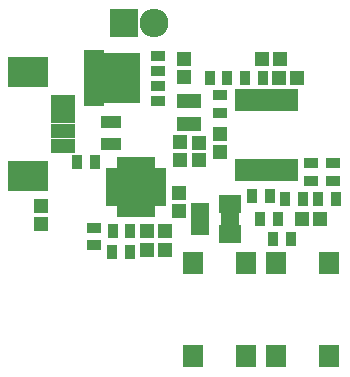
<source format=gbr>
G04 #@! TF.FileFunction,Soldermask,Bot*
%FSLAX46Y46*%
G04 Gerber Fmt 4.6, Leading zero omitted, Abs format (unit mm)*
G04 Created by KiCad (PCBNEW 4.0.1-2.fc23-product) date Wed 16 Mar 2016 04:27:10 PM CET*
%MOMM*%
G01*
G04 APERTURE LIST*
%ADD10C,0.100000*%
%ADD11R,0.900000X1.300000*%
%ADD12R,1.150000X1.200000*%
%ADD13R,1.200000X1.150000*%
%ADD14R,1.300000X0.900000*%
%ADD15R,1.700000X1.100000*%
%ADD16R,1.900000X1.600000*%
%ADD17R,1.500000X2.800000*%
%ADD18R,1.600000X1.200000*%
%ADD19R,1.700000X1.950000*%
%ADD20R,0.850000X1.900000*%
%ADD21R,0.700000X1.250000*%
%ADD22R,1.250000X0.700000*%
%ADD23R,1.700000X1.700000*%
%ADD24R,0.798780X1.149300*%
%ADD25R,2.000000X1.200000*%
%ADD26R,3.400000X2.500000*%
%ADD27R,2.432000X2.432000*%
%ADD28O,2.432000X2.432000*%
%ADD29R,1.197560X1.197560*%
%ADD30R,1.300000X0.850000*%
%ADD31R,1.700000X4.850000*%
%ADD32R,3.450000X4.350000*%
G04 APERTURE END LIST*
D10*
D11*
X168950000Y-91400000D03*
X167450000Y-91400000D03*
X166150000Y-91150000D03*
X164650000Y-91150000D03*
D12*
X158900000Y-81050000D03*
X158900000Y-79550000D03*
D13*
X166950000Y-81200000D03*
X168450000Y-81200000D03*
X165500000Y-79600000D03*
X167000000Y-79600000D03*
X170350000Y-93100000D03*
X168850000Y-93100000D03*
D12*
X158450000Y-90900000D03*
X158450000Y-92400000D03*
X158532228Y-86600000D03*
X158532228Y-88100000D03*
X160182228Y-88150000D03*
X160182228Y-86650000D03*
X161932228Y-87400000D03*
X161932228Y-85900000D03*
D14*
X171450000Y-88400000D03*
X171450000Y-89900000D03*
D11*
X167900000Y-94800000D03*
X166400000Y-94800000D03*
D14*
X169650000Y-89900000D03*
X169650000Y-88400000D03*
D11*
X152800000Y-95900000D03*
X154300000Y-95900000D03*
X152840000Y-94150000D03*
X154340000Y-94150000D03*
X171750000Y-91400000D03*
X170250000Y-91400000D03*
X165550000Y-81200000D03*
X164050000Y-81200000D03*
D15*
X152700000Y-84900000D03*
X152700000Y-86800000D03*
D11*
X151300000Y-88300000D03*
X149800000Y-88300000D03*
X162532228Y-81200000D03*
X161032228Y-81200000D03*
D14*
X161932228Y-84150000D03*
X161932228Y-82650000D03*
D16*
X162770000Y-91830000D03*
X162770000Y-94370000D03*
D17*
X160230000Y-93100000D03*
D18*
X162770000Y-93100000D03*
D19*
X164150000Y-96800000D03*
X159650000Y-96800000D03*
X159650000Y-104750000D03*
X164150000Y-104750000D03*
D20*
X163592228Y-83040000D03*
X164242228Y-83040000D03*
X164892228Y-83040000D03*
X165542228Y-83040000D03*
X166192228Y-83040000D03*
X166842228Y-83040000D03*
X167492228Y-83040000D03*
X168142228Y-83040000D03*
X168142228Y-88940000D03*
X167492228Y-88940000D03*
X166842228Y-88940000D03*
X166192228Y-88940000D03*
X165542228Y-88940000D03*
X164892228Y-88940000D03*
X164242228Y-88940000D03*
X163592228Y-88940000D03*
D21*
X153550000Y-88450000D03*
X154050000Y-88450000D03*
X154550000Y-88450000D03*
X155050000Y-88450000D03*
X155550000Y-88450000D03*
X156050000Y-88450000D03*
D22*
X156750000Y-89150000D03*
X156750000Y-89650000D03*
X156750000Y-90150000D03*
X156750000Y-90650000D03*
X156750000Y-91150000D03*
X156750000Y-91650000D03*
D21*
X156050000Y-92350000D03*
X155550000Y-92350000D03*
X155050000Y-92350000D03*
X154550000Y-92350000D03*
X154050000Y-92350000D03*
X153550000Y-92350000D03*
D22*
X152850000Y-91650000D03*
X152850000Y-91150000D03*
X152850000Y-90650000D03*
X152850000Y-90150000D03*
X152850000Y-89650000D03*
X152850000Y-89150000D03*
D23*
X155450000Y-91050000D03*
X154150000Y-91050000D03*
X155450000Y-89750000D03*
X154150000Y-89750000D03*
D24*
X158649760Y-83150040D03*
X159300000Y-83150040D03*
X159950240Y-83150040D03*
X159950240Y-85049960D03*
X159300000Y-85049960D03*
X158649760Y-85049960D03*
D25*
X148600000Y-86925000D03*
X148600000Y-85675000D03*
X148600000Y-84425000D03*
X148600000Y-83175000D03*
D26*
X145700000Y-89475000D03*
X145700000Y-80625000D03*
D27*
X153800000Y-76500000D03*
D28*
X156340000Y-76500000D03*
D19*
X166650000Y-104750000D03*
X171150000Y-104750000D03*
X171150000Y-96800000D03*
X166650000Y-96800000D03*
D29*
X155751400Y-94100000D03*
X157250000Y-94100000D03*
X155751400Y-95750000D03*
X157250000Y-95750000D03*
D14*
X151250000Y-95350000D03*
X151250000Y-93850000D03*
D11*
X166850000Y-93100000D03*
X165350000Y-93100000D03*
D12*
X146800000Y-93550000D03*
X146800000Y-92050000D03*
D30*
X156700000Y-80560000D03*
X156700000Y-79290000D03*
X156700000Y-81830000D03*
D31*
X151225000Y-81195000D03*
D32*
X153425000Y-81195000D03*
D30*
X156700000Y-83100000D03*
M02*

</source>
